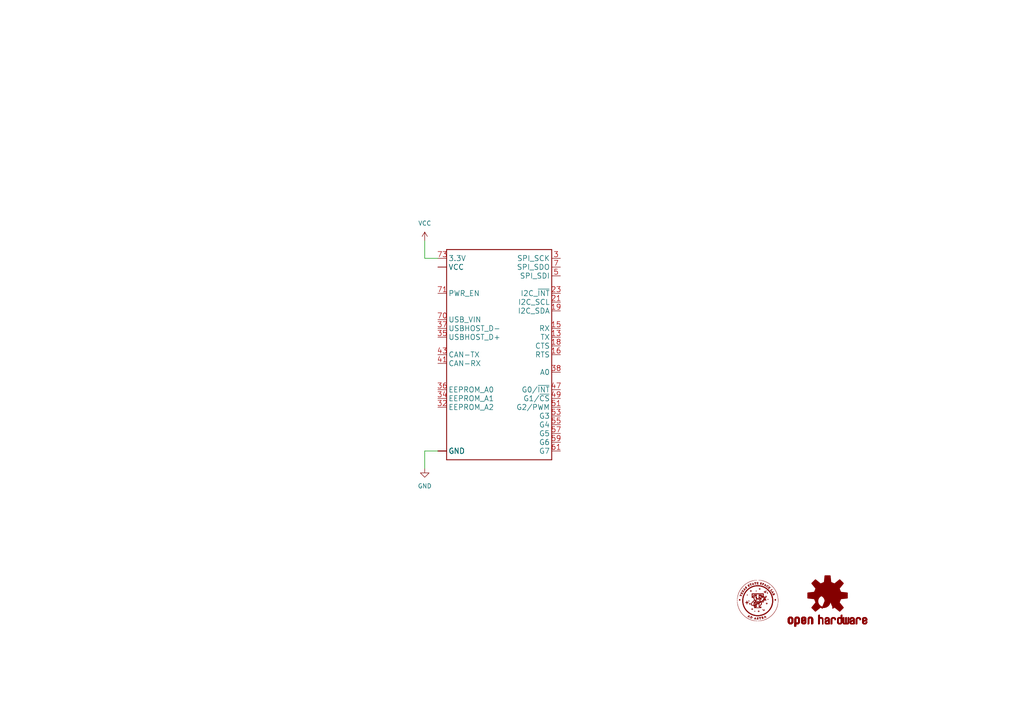
<source format=kicad_sch>
(kicad_sch (version 20250114) (generator "eeschema") (generator_version "9.0")
  (paper "A4")
  (title_block (title "MOSAIC Memory Module Template") (date "2025-07-21") (rev "1.0") (company "Texas State Space Lab") (comment 1 "Copyright (c) 2022 - 2025"))
  (lib_symbols
    (symbol "memory_module_symbols:MICROMOD_STANDARD"
      (symbol "MICROMOD_STANDARD_1_0"
        (pin bidirectional line (at -17.78 25.4 0) (length 2.54) (name "3.3V") (number "73"))
        (pin bidirectional line (at -17.78 22.86 0) (length 2.54) (name "VCC") (number "72"))
        (pin bidirectional line (at -17.78 22.86 0) (length 2.54) (name "VCC") (number "74"))
        (pin bidirectional line (at -17.78 15.24 0) (length 2.54) (name "PWR_EN") (number "71"))
        (pin bidirectional line (at -17.78 7.62 0) (length 2.54) (name "USB_VIN") (number "70"))
        (pin bidirectional line (at -17.78 5.08 0) (length 2.54) (name "USBHOST_D-") (number "37"))
        (pin bidirectional line (at -17.78 2.54 0) (length 2.54) (name "USBHOST_D+") (number "35"))
        (pin bidirectional line (at -17.78 -2.54 0) (length 2.54) (name "CAN-TX") (number "43"))
        (pin bidirectional line (at -17.78 -5.08 0) (length 2.54) (name "CAN-RX") (number "41"))
        (pin bidirectional line (at -17.78 -12.7 0) (length 2.54) (name "EEPROM_A0") (number "36"))
        (pin bidirectional line (at -17.78 -15.24 0) (length 2.54) (name "EEPROM_A1") (number "34"))
        (pin bidirectional line (at -17.78 -17.78 0) (length 2.54) (name "EEPROM_A2") (number "32"))
        (pin bidirectional line (at -17.78 -30.48 0) (length 2.54) (name "GND") (number "1"))
        (pin bidirectional line (at -17.78 -30.48 0) (length 2.54) (name "GND") (number "33"))
        (pin bidirectional line (at -17.78 -30.48 0) (length 2.54) (name "GND") (number "39"))
        (pin bidirectional line (at -17.78 -30.48 0) (length 2.54) (name "GND") (number "45"))
        (pin bidirectional line (at -17.78 -30.48 0) (length 2.54) (name "GND") (number "75"))
        (pin bidirectional line (at -17.78 -30.48 0) (length 2.54) (name "GND") (number "GND1"))
        (pin bidirectional line (at -17.78 -30.48 0) (length 2.54) (name "GND") (number "GND2"))
        (pin bidirectional line (at -17.78 -30.48 0) (length 2.54) (name "GND") (number "GND3"))
        (pin bidirectional line (at -17.78 -30.48 0) (length 2.54) (name "GND") (number "GND4"))
        (pin bidirectional line (at -17.78 -30.48 0) (length 2.54) (name "GND") (number "GND5"))
        (pin bidirectional line (at -17.78 -30.48 0) (length 2.54) (name "GND") (number "GND6"))
        (pin bidirectional line (at 17.78 25.4 180) (length 2.54) (name "SPI_SCK") (number "3"))
        (pin bidirectional line (at 17.78 22.86 180) (length 2.54) (name "SPI_SDO") (number "7"))
        (pin bidirectional line (at 17.78 20.32 180) (length 2.54) (name "SPI_SDI") (number "5"))
        (pin bidirectional line (at 17.78 15.24 180) (length 2.54) (name "I2C_~{INT}") (number "23"))
        (pin bidirectional line (at 17.78 12.7 180) (length 2.54) (name "I2C_SCL") (number "21"))
        (pin bidirectional line (at 17.78 10.16 180) (length 2.54) (name "I2C_SDA") (number "19"))
        (pin bidirectional line (at 17.78 5.08 180) (length 2.54) (name "RX") (number "15"))
        (pin bidirectional line (at 17.78 2.54 180) (length 2.54) (name "TX") (number "13"))
        (pin bidirectional line (at 17.78 0 180) (length 2.54) (name "CTS") (number "18"))
        (pin bidirectional line (at 17.78 -2.54 180) (length 2.54) (name "RTS") (number "16"))
        (pin bidirectional line (at 17.78 -7.62 180) (length 2.54) (name "A0") (number "38"))
        (pin bidirectional line (at 17.78 -12.7 180) (length 2.54) (name "G0/~{INT}") (number "47"))
        (pin bidirectional line (at 17.78 -15.24 180) (length 2.54) (name "G1/~{CS}") (number "49"))
        (pin bidirectional line (at 17.78 -17.78 180) (length 2.54) (name "G2/PWM") (number "51"))
        (pin bidirectional line (at 17.78 -20.32 180) (length 2.54) (name "G3") (number "53"))
        (pin bidirectional line (at 17.78 -22.86 180) (length 2.54) (name "G4") (number "55"))
        (pin bidirectional line (at 17.78 -25.4 180) (length 2.54) (name "G5") (number "57"))
        (pin bidirectional line (at 17.78 -27.94 180) (length 2.54) (name "G6") (number "59"))
        (pin bidirectional line (at 17.78 -30.48 180) (length 2.54) (name "G7") (number "61"))
      )
    )
    (symbol "memory_module_symbols:open_hardware_logo")
    (symbol "memory_module_symbols:space_lab_logo" (pin_names (offset 1.016)))
    (symbol "power:GND" (power) (pin_numbers (hide yes)) (pin_names (offset 0) (hide yes))
      (property "Value" "GND" (at 0 -3.81 0))
      (symbol "GND_1_1"
        (pin power_in line (at 0 0 270) (length 0) (name "~") (number "1"))
      )
    )
    (symbol "power:VCC" (power) (pin_numbers (hide yes)) (pin_names (offset 0) (hide yes))
      (property "Value" "VCC" (at 0 3.556 0))
      (symbol "VCC_1_1"
        (pin power_in line (at 0 0 90) (length 0) (name "~") (number "1"))
      )
    )
  )
  (wire (pts (xy 123.19 69.85) (xy 123.19 74.93)))
  (wire (pts (xy 123.19 74.93) (xy 127 74.93)))
  (wire (pts (xy 123.19 130.81) (xy 127 130.81)))
  (wire (pts (xy 123.19 130.81) (xy 123.19 135.89)))
  (symbol (lib_id "power:GND") (at 123.19 135.89 0) (unit 1)
    (property "Reference" "#PWR01" (effects (hide yes)))
    (property "Value" "GND" (at 123.19 140.97 0))
    (property "Description" "Power symbol creates a global label with name \"GND\" , ground" (effects (hide yes)))
  )
  (symbol (lib_id "power:VCC") (at 123.19 69.85 0) (unit 1)
    (property "Reference" "#PWR02" (effects (hide yes)))
    (property "Value" "VCC" (at 123.19 64.77 0))
    (property "Description" "Power symbol creates a global label with name \"VCC\"" (effects (hide yes)))
  )
  (symbol (lib_id "memory_module_symbols:open_hardware_logo") (at 240.03 172.72 0) (unit 1) (in_bom no) (on_board no)
    (property "Reference" "LOGO1" (effects (hide yes)))
    (property "Footprint" "memory_module_footprints:open_hardware_logo" (effects (hide yes)))
  )
  (symbol (lib_id "memory_module_symbols:MICROMOD_STANDARD") (at 144.78 100.33 0) (unit 1)
    (property "Reference" "J1" (effects (hide yes)))
    (property "Footprint" "memory_module_footprints:M.2-CARD-E-22_MEMORY_STANDARD" (effects (hide yes)))
    (property "Description" "MicroMod Connector\n\nDescription: A card edge connector and mating PCB connector to allow various MicroMod Processor Boards to be coupled with various carrier boards of different capabilities. Based on the M.2 standard." (effects (hide yes)))
  )
  (symbol (lib_id "memory_module_symbols:space_lab_logo") (at 219.71 173.99 0) (unit 1) (in_bom no) (on_board no)
    (property "Reference" "#G1" (effects (hide yes)))
    (property "Value" "TXST_Space_Lab_Logo" (effects (hide yes)))
    (property "Footprint" "memory_module_footprints:SL_Logo" (effects (hide yes)))
  )
)
</source>
